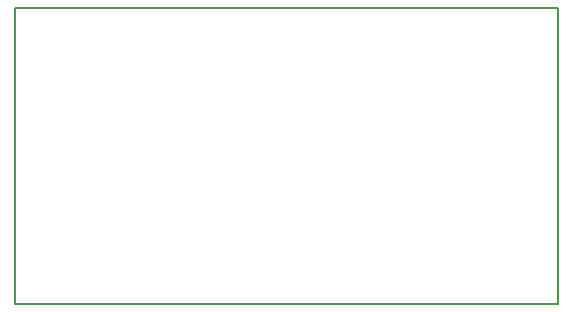
<source format=gbr>
G04 #@! TF.GenerationSoftware,KiCad,Pcbnew,(5.0.2)-1*
G04 #@! TF.CreationDate,2019-07-07T13:50:55+05:30*
G04 #@! TF.ProjectId,tps61500evm,74707336-3135-4303-9065-766d2e6b6963,rev?*
G04 #@! TF.SameCoordinates,Original*
G04 #@! TF.FileFunction,Profile,NP*
%FSLAX46Y46*%
G04 Gerber Fmt 4.6, Leading zero omitted, Abs format (unit mm)*
G04 Created by KiCad (PCBNEW (5.0.2)-1) date 07/07/19 13:50:55*
%MOMM*%
%LPD*%
G01*
G04 APERTURE LIST*
%ADD10C,0.150000*%
G04 APERTURE END LIST*
D10*
X22000000Y-40000000D02*
X22000000Y-15000000D01*
X68000000Y-40000000D02*
X22000000Y-40000000D01*
X68000000Y-15000000D02*
X68000000Y-40000000D01*
X22000000Y-15000000D02*
X68000000Y-15000000D01*
M02*

</source>
